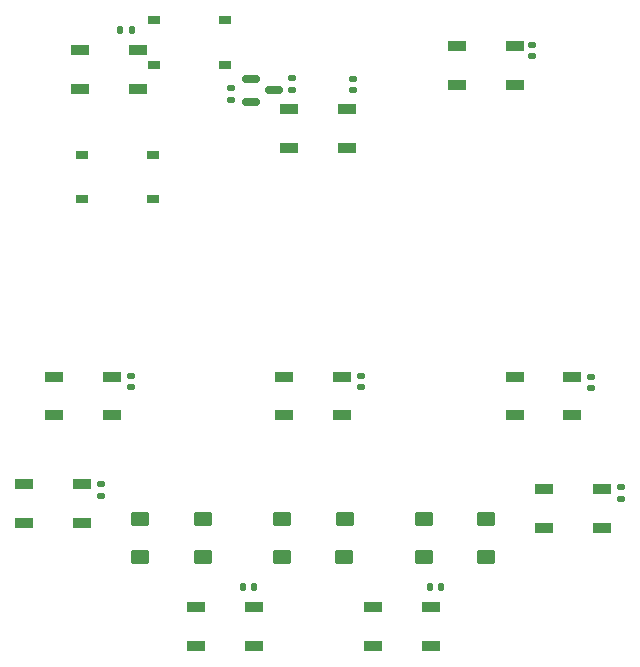
<source format=gbr>
%TF.GenerationSoftware,KiCad,Pcbnew,(7.0.0-0)*%
%TF.CreationDate,2023-04-23T02:23:08-05:00*%
%TF.ProjectId,RP2040_minimal,52503230-3430-45f6-9d69-6e696d616c2e,REV1*%
%TF.SameCoordinates,Original*%
%TF.FileFunction,Paste,Bot*%
%TF.FilePolarity,Positive*%
%FSLAX46Y46*%
G04 Gerber Fmt 4.6, Leading zero omitted, Abs format (unit mm)*
G04 Created by KiCad (PCBNEW (7.0.0-0)) date 2023-04-23 02:23:08*
%MOMM*%
%LPD*%
G01*
G04 APERTURE LIST*
G04 Aperture macros list*
%AMRoundRect*
0 Rectangle with rounded corners*
0 $1 Rounding radius*
0 $2 $3 $4 $5 $6 $7 $8 $9 X,Y pos of 4 corners*
0 Add a 4 corners polygon primitive as box body*
4,1,4,$2,$3,$4,$5,$6,$7,$8,$9,$2,$3,0*
0 Add four circle primitives for the rounded corners*
1,1,$1+$1,$2,$3*
1,1,$1+$1,$4,$5*
1,1,$1+$1,$6,$7*
1,1,$1+$1,$8,$9*
0 Add four rect primitives between the rounded corners*
20,1,$1+$1,$2,$3,$4,$5,0*
20,1,$1+$1,$4,$5,$6,$7,0*
20,1,$1+$1,$6,$7,$8,$9,0*
20,1,$1+$1,$8,$9,$2,$3,0*%
G04 Aperture macros list end*
%ADD10RoundRect,0.300000X0.500000X0.300000X-0.500000X0.300000X-0.500000X-0.300000X0.500000X-0.300000X0*%
%ADD11R,1.500000X0.900000*%
%ADD12R,1.000000X0.750000*%
%ADD13RoundRect,0.140000X-0.170000X0.140000X-0.170000X-0.140000X0.170000X-0.140000X0.170000X0.140000X0*%
%ADD14RoundRect,0.135000X-0.185000X0.135000X-0.185000X-0.135000X0.185000X-0.135000X0.185000X0.135000X0*%
%ADD15RoundRect,0.140000X0.140000X0.170000X-0.140000X0.170000X-0.140000X-0.170000X0.140000X-0.170000X0*%
%ADD16RoundRect,0.140000X0.170000X-0.140000X0.170000X0.140000X-0.170000X0.140000X-0.170000X-0.140000X0*%
%ADD17RoundRect,0.135000X0.185000X-0.135000X0.185000X0.135000X-0.185000X0.135000X-0.185000X-0.135000X0*%
%ADD18RoundRect,0.150000X-0.587500X-0.150000X0.587500X-0.150000X0.587500X0.150000X-0.587500X0.150000X0*%
%ADD19RoundRect,0.140000X-0.140000X-0.170000X0.140000X-0.170000X0.140000X0.170000X-0.140000X0.170000X0*%
G04 APERTURE END LIST*
D10*
%TO.C,SW4*%
X14650000Y-17400000D03*
X9375000Y-17400000D03*
X14625000Y-20600000D03*
X9375000Y-20600000D03*
%TD*%
D11*
%TO.C,D10*%
X-14819999Y22319999D03*
X-14819999Y19019999D03*
X-19719999Y19019999D03*
X-19719999Y22319999D03*
%TD*%
D12*
%TO.C,SW1*%
X-7439999Y24799999D03*
X-13439999Y24799999D03*
X-7439999Y21049999D03*
X-13439999Y21049999D03*
%TD*%
D13*
%TO.C,C33*%
X-18000000Y-14470000D03*
X-18000000Y-15430000D03*
%TD*%
D14*
%TO.C,R8*%
X-6932500Y19100000D03*
X-6932500Y18080000D03*
%TD*%
D15*
%TO.C,C34*%
X-15370000Y23970000D03*
X-16330000Y23970000D03*
%TD*%
D10*
%TO.C,SW3*%
X-9350000Y-17400000D03*
X-14625000Y-17400000D03*
X-9375000Y-20600000D03*
X-14625000Y-20600000D03*
%TD*%
D13*
%TO.C,C27*%
X23520000Y-5350000D03*
X23520000Y-6310000D03*
%TD*%
D11*
%TO.C,D1*%
X-17049999Y-5349999D03*
X-17049999Y-8649999D03*
X-21949999Y-8649999D03*
X-21949999Y-5349999D03*
%TD*%
D13*
%TO.C,C25*%
X-15450000Y-5320000D03*
X-15450000Y-6280000D03*
%TD*%
%TO.C,C29*%
X18560000Y22750000D03*
X18560000Y21790000D03*
%TD*%
%TO.C,C26*%
X4030000Y-5290000D03*
X4030000Y-6250000D03*
%TD*%
D15*
%TO.C,C32*%
X-5010000Y-23170000D03*
X-5970000Y-23170000D03*
%TD*%
D11*
%TO.C,D3*%
X21949999Y-5349999D03*
X21949999Y-8649999D03*
X17049999Y-8649999D03*
X17049999Y-5349999D03*
%TD*%
D12*
%TO.C,SW2*%
X-13569999Y13429999D03*
X-19569999Y13429999D03*
X-13569999Y9679999D03*
X-19569999Y9679999D03*
%TD*%
D11*
%TO.C,D2*%
X2449999Y-5349999D03*
X2449999Y-8649999D03*
X-2449999Y-8649999D03*
X-2449999Y-5349999D03*
%TD*%
D13*
%TO.C,C30*%
X26045000Y-14745000D03*
X26045000Y-15705000D03*
%TD*%
D10*
%TO.C,SW5*%
X2650000Y-17400000D03*
X-2625000Y-17400000D03*
X2625000Y-20600000D03*
X-2625000Y-20600000D03*
%TD*%
D11*
%TO.C,D4*%
X2879999Y17259999D03*
X2879999Y13959999D03*
X-2019999Y13959999D03*
X-2019999Y17259999D03*
%TD*%
D16*
%TO.C,C28*%
X3360000Y18920000D03*
X3360000Y19880000D03*
%TD*%
D17*
%TO.C,R9*%
X-1805000Y18895000D03*
X-1805000Y19915000D03*
%TD*%
D11*
%TO.C,D8*%
X-5049999Y-24849999D03*
X-5049999Y-28149999D03*
X-9949999Y-28149999D03*
X-9949999Y-24849999D03*
%TD*%
%TO.C,D9*%
X-19579999Y-14449999D03*
X-19579999Y-17749999D03*
X-24479999Y-17749999D03*
X-24479999Y-14449999D03*
%TD*%
D18*
%TO.C,Q1*%
X-5230000Y17930000D03*
X-5230000Y19830000D03*
X-3355000Y18880000D03*
%TD*%
D11*
%TO.C,D6*%
X24474999Y-14854999D03*
X24474999Y-18154999D03*
X19574999Y-18154999D03*
X19574999Y-14854999D03*
%TD*%
%TO.C,D7*%
X9949999Y-24849999D03*
X9949999Y-28149999D03*
X5049999Y-28149999D03*
X5049999Y-24849999D03*
%TD*%
%TO.C,D5*%
X17059999Y22629999D03*
X17059999Y19329999D03*
X12159999Y19329999D03*
X12159999Y22629999D03*
%TD*%
D19*
%TO.C,C31*%
X9890000Y-23200000D03*
X10850000Y-23200000D03*
%TD*%
M02*

</source>
